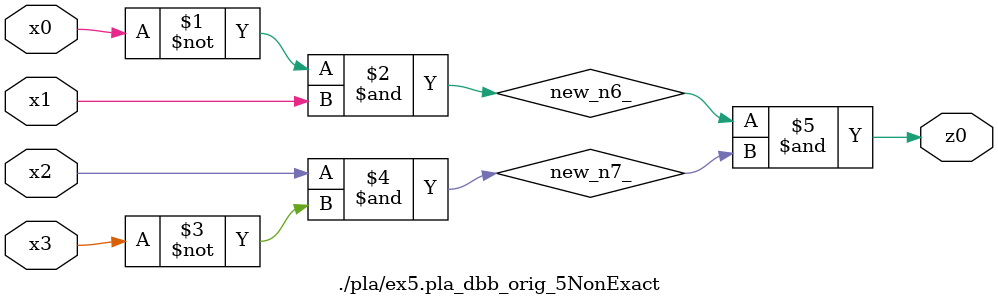
<source format=v>

module \./pla/ex5.pla_dbb_orig_5NonExact  ( 
    x0, x1, x2, x3,
    z0  );
  input  x0, x1, x2, x3;
  output z0;
  wire new_n6_, new_n7_;
  assign new_n6_ = ~x0 & x1;
  assign new_n7_ = x2 & ~x3;
  assign z0 = new_n6_ & new_n7_;
endmodule



</source>
